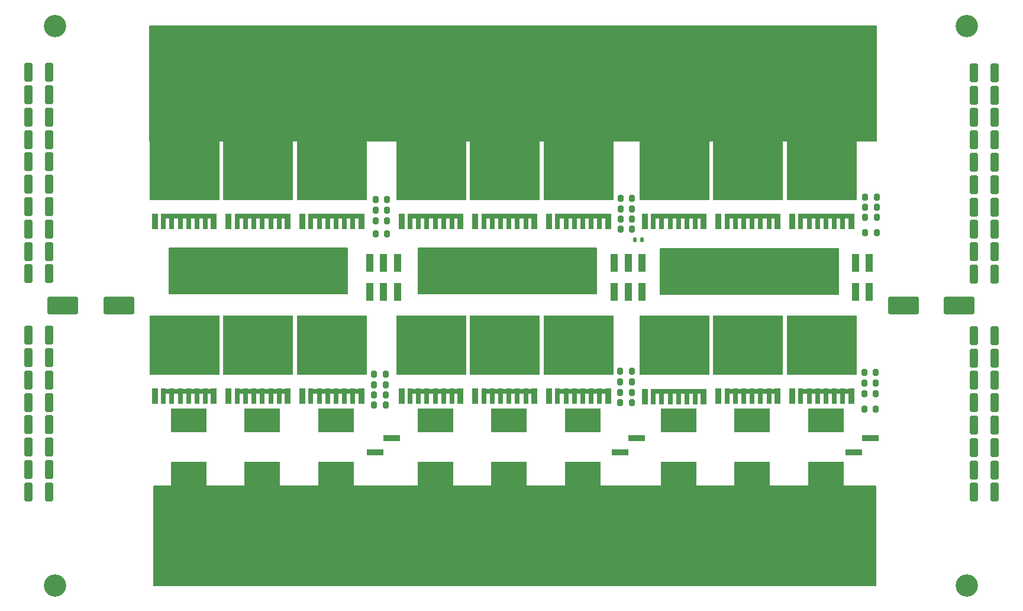
<source format=gbr>
%TF.GenerationSoftware,KiCad,Pcbnew,8.0.8*%
%TF.CreationDate,2025-02-13T11:47:36+09:00*%
%TF.ProjectId,GESC,47455343-2e6b-4696-9361-645f70636258,rev?*%
%TF.SameCoordinates,Original*%
%TF.FileFunction,Soldermask,Top*%
%TF.FilePolarity,Negative*%
%FSLAX46Y46*%
G04 Gerber Fmt 4.6, Leading zero omitted, Abs format (unit mm)*
G04 Created by KiCad (PCBNEW 8.0.8) date 2025-02-13 11:47:36*
%MOMM*%
%LPD*%
G01*
G04 APERTURE LIST*
G04 Aperture macros list*
%AMRoundRect*
0 Rectangle with rounded corners*
0 $1 Rounding radius*
0 $2 $3 $4 $5 $6 $7 $8 $9 X,Y pos of 4 corners*
0 Add a 4 corners polygon primitive as box body*
4,1,4,$2,$3,$4,$5,$6,$7,$8,$9,$2,$3,0*
0 Add four circle primitives for the rounded corners*
1,1,$1+$1,$2,$3*
1,1,$1+$1,$4,$5*
1,1,$1+$1,$6,$7*
1,1,$1+$1,$8,$9*
0 Add four rect primitives between the rounded corners*
20,1,$1+$1,$2,$3,$4,$5,0*
20,1,$1+$1,$4,$5,$6,$7,0*
20,1,$1+$1,$6,$7,$8,$9,0*
20,1,$1+$1,$8,$9,$2,$3,0*%
G04 Aperture macros list end*
%ADD10C,0.200000*%
%ADD11C,3.200000*%
%ADD12RoundRect,0.250000X-0.325000X-1.100000X0.325000X-1.100000X0.325000X1.100000X-0.325000X1.100000X0*%
%ADD13RoundRect,0.200000X0.200000X0.275000X-0.200000X0.275000X-0.200000X-0.275000X0.200000X-0.275000X0*%
%ADD14RoundRect,0.250000X0.325000X1.100000X-0.325000X1.100000X-0.325000X-1.100000X0.325000X-1.100000X0*%
%ADD15R,0.900000X2.200000*%
%ADD16R,0.800000X2.200000*%
%ADD17R,8.080000X0.800000*%
%ADD18R,10.000000X8.500000*%
%ADD19R,5.200000X3.500000*%
%ADD20R,1.000000X2.580000*%
%ADD21RoundRect,0.250000X-1.950000X-1.000000X1.950000X-1.000000X1.950000X1.000000X-1.950000X1.000000X0*%
%ADD22RoundRect,0.135000X-0.135000X-0.185000X0.135000X-0.185000X0.135000X0.185000X-0.135000X0.185000X0*%
%ADD23R,2.350000X0.850000*%
%ADD24RoundRect,0.200000X-0.200000X-0.275000X0.200000X-0.275000X0.200000X0.275000X-0.200000X0.275000X0*%
G04 APERTURE END LIST*
D10*
X123600000Y-48900000D02*
X149100000Y-48900000D01*
X149100000Y-55400000D01*
X123600000Y-55400000D01*
X123600000Y-48900000D01*
G36*
X123600000Y-48900000D02*
G01*
X149100000Y-48900000D01*
X149100000Y-55400000D01*
X123600000Y-55400000D01*
X123600000Y-48900000D01*
G37*
X53300000Y-48800000D02*
X78800000Y-48800000D01*
X78800000Y-55300000D01*
X53300000Y-55300000D01*
X53300000Y-48800000D01*
G36*
X53300000Y-48800000D02*
G01*
X78800000Y-48800000D01*
X78800000Y-55300000D01*
X53300000Y-55300000D01*
X53300000Y-48800000D01*
G37*
X50500000Y-17000000D02*
X154500000Y-17000000D01*
X154500000Y-33450000D01*
X50500000Y-33450000D01*
X50500000Y-17000000D01*
G36*
X50500000Y-17000000D02*
G01*
X154500000Y-17000000D01*
X154500000Y-33450000D01*
X50500000Y-33450000D01*
X50500000Y-17000000D01*
G37*
X88950000Y-48800000D02*
X114450000Y-48800000D01*
X114450000Y-55300000D01*
X88950000Y-55300000D01*
X88950000Y-48800000D01*
G36*
X88950000Y-48800000D02*
G01*
X114450000Y-48800000D01*
X114450000Y-55300000D01*
X88950000Y-55300000D01*
X88950000Y-48800000D01*
G37*
X51100000Y-82850000D02*
X154450000Y-82850000D01*
X154450000Y-97000000D01*
X51100000Y-97000000D01*
X51100000Y-82850000D01*
G36*
X51100000Y-82850000D02*
G01*
X154450000Y-82850000D01*
X154450000Y-97000000D01*
X51100000Y-97000000D01*
X51100000Y-82850000D01*
G37*
D11*
%TO.C,REF\u002A\u002A*%
X167500000Y-97000000D03*
%TD*%
D12*
%TO.C,C22*%
X168500000Y-30100000D03*
X171450000Y-30100000D03*
%TD*%
%TO.C,C24*%
X168500000Y-36500000D03*
X171450000Y-36500000D03*
%TD*%
D13*
%TO.C,R14*%
X119575000Y-41700000D03*
X117925000Y-41700000D03*
%TD*%
%TO.C,R11*%
X119525000Y-67900000D03*
X117875000Y-67900000D03*
%TD*%
D14*
%TO.C,C24*%
X36125000Y-77250000D03*
X33175000Y-77250000D03*
%TD*%
D12*
%TO.C,C18*%
X168500000Y-83700000D03*
X171450000Y-83700000D03*
%TD*%
%TO.C,C21*%
X168500000Y-26900000D03*
X171450000Y-26900000D03*
%TD*%
D15*
%TO.C,Q13*%
X121380000Y-44950000D03*
D16*
X122600000Y-44950000D03*
X123800000Y-44950000D03*
X125000000Y-44950000D03*
X126200000Y-44950000D03*
X127400000Y-44950000D03*
X128600000Y-44950000D03*
D17*
X126240000Y-44250000D03*
D15*
X129820000Y-44950000D03*
D18*
X125600000Y-37650000D03*
%TD*%
D19*
%TO.C,R9*%
X112500000Y-73390000D03*
X112500000Y-81010000D03*
%TD*%
D13*
%TO.C,R8*%
X119525000Y-66400000D03*
X117875000Y-66400000D03*
%TD*%
%TO.C,R4*%
X84275000Y-71250000D03*
X82625000Y-71250000D03*
%TD*%
%TO.C,R56*%
X154575000Y-42950000D03*
X152925000Y-42950000D03*
%TD*%
D14*
%TO.C,C8*%
X36125000Y-67650000D03*
X33175000Y-67650000D03*
%TD*%
D20*
%TO.C,J2*%
X117000000Y-55085000D03*
X117000000Y-50915000D03*
X119000000Y-55085000D03*
X119000000Y-50915000D03*
X121000000Y-55085000D03*
X121000000Y-50915000D03*
%TD*%
D15*
%TO.C,Q9*%
X107680000Y-44950000D03*
D16*
X108900000Y-44950000D03*
X110100000Y-44950000D03*
X111300000Y-44950000D03*
X112500000Y-44950000D03*
X113700000Y-44950000D03*
X114900000Y-44950000D03*
D17*
X112540000Y-44250000D03*
D15*
X116120000Y-44950000D03*
D18*
X111900000Y-37650000D03*
%TD*%
D15*
%TO.C,Q5*%
X61830000Y-69950000D03*
D16*
X63050000Y-69950000D03*
X64250000Y-69950000D03*
X65450000Y-69950000D03*
X66650000Y-69950000D03*
X67850000Y-69950000D03*
X69050000Y-69950000D03*
D17*
X66690000Y-69250000D03*
D15*
X70270000Y-69950000D03*
D18*
X66050000Y-62650000D03*
%TD*%
D12*
%TO.C,C7*%
X168500000Y-49300000D03*
X171450000Y-49300000D03*
%TD*%
D13*
%TO.C,R53*%
X84525000Y-41850000D03*
X82875000Y-41850000D03*
%TD*%
D14*
%TO.C,C6*%
X36125000Y-61250000D03*
X33175000Y-61250000D03*
%TD*%
D19*
%TO.C,R55*%
X56100000Y-73390000D03*
X56100000Y-81010000D03*
%TD*%
D12*
%TO.C,C9*%
X168500000Y-42900000D03*
X171450000Y-42900000D03*
%TD*%
D13*
%TO.C,R7*%
X119575000Y-43150000D03*
X117925000Y-43150000D03*
%TD*%
D12*
%TO.C,C2*%
X168500000Y-70900000D03*
X171450000Y-70900000D03*
%TD*%
D21*
%TO.C,*%
X166400000Y-57000000D03*
%TD*%
D12*
%TO.C,C4*%
X168500000Y-64500000D03*
X171450000Y-64500000D03*
%TD*%
%TO.C,C20*%
X168500000Y-23700000D03*
X171450000Y-23700000D03*
%TD*%
%TO.C,C5*%
X168500000Y-61300000D03*
X171450000Y-61300000D03*
%TD*%
D15*
%TO.C,Q18*%
X142480000Y-69950000D03*
D16*
X143700000Y-69950000D03*
X144900000Y-69950000D03*
X146100000Y-69950000D03*
X147300000Y-69950000D03*
X148500000Y-69950000D03*
X149700000Y-69950000D03*
D17*
X147340000Y-69250000D03*
D15*
X150920000Y-69950000D03*
D18*
X146700000Y-62650000D03*
%TD*%
D15*
%TO.C,Q12*%
X107680000Y-69950000D03*
D16*
X108900000Y-69950000D03*
X110100000Y-69950000D03*
X111300000Y-69950000D03*
X112500000Y-69950000D03*
X113700000Y-69950000D03*
X114900000Y-69950000D03*
D17*
X112540000Y-69250000D03*
D15*
X116120000Y-69950000D03*
D18*
X111900000Y-62650000D03*
%TD*%
D12*
%TO.C,C10*%
X168500000Y-39700000D03*
X171450000Y-39700000D03*
%TD*%
D14*
%TO.C,C9*%
X36125000Y-70850000D03*
X33175000Y-70850000D03*
%TD*%
D13*
%TO.C,R6*%
X119525000Y-70900000D03*
X117875000Y-70900000D03*
%TD*%
D12*
%TO.C,C8*%
X168500000Y-46100000D03*
X171450000Y-46100000D03*
%TD*%
D14*
%TO.C,C15*%
X36125000Y-36450000D03*
X33175000Y-36450000D03*
%TD*%
D22*
%TO.C,TH1*%
X119990000Y-47600000D03*
X121010000Y-47600000D03*
%TD*%
D12*
%TO.C,C1*%
X168500000Y-74100000D03*
X171450000Y-74100000D03*
%TD*%
D14*
%TO.C,C7*%
X36125000Y-64450000D03*
X33175000Y-64450000D03*
%TD*%
D19*
%TO.C,R16*%
X66650000Y-73390000D03*
X66650000Y-81010000D03*
%TD*%
D15*
%TO.C,Q6*%
X51280000Y-69950000D03*
D16*
X52500000Y-69950000D03*
X53700000Y-69950000D03*
X54900000Y-69950000D03*
X56100000Y-69950000D03*
X57300000Y-69950000D03*
X58500000Y-69950000D03*
D17*
X56140000Y-69250000D03*
D15*
X59720000Y-69950000D03*
D18*
X55500000Y-62650000D03*
%TD*%
D21*
%TO.C,*%
X38100000Y-57000000D03*
%TD*%
D14*
%TO.C,C10*%
X36125000Y-74050000D03*
X33175000Y-74050000D03*
%TD*%
D23*
%TO.C,J4*%
X85175000Y-76000000D03*
X82825000Y-78000000D03*
%TD*%
D11*
%TO.C,REF\u002A\u002A*%
X37000000Y-17000000D03*
%TD*%
D14*
%TO.C,C3*%
X36125000Y-46050000D03*
X33175000Y-46050000D03*
%TD*%
D20*
%TO.C,J5*%
X82000000Y-55085000D03*
X82000000Y-50915000D03*
X84000000Y-55085000D03*
X84000000Y-50915000D03*
X86000000Y-55085000D03*
X86000000Y-50915000D03*
%TD*%
D15*
%TO.C,Q11*%
X86580000Y-44950000D03*
D16*
X87800000Y-44950000D03*
X89000000Y-44950000D03*
X90200000Y-44950000D03*
X91400000Y-44950000D03*
X92600000Y-44950000D03*
X93800000Y-44950000D03*
D17*
X91440000Y-44250000D03*
D15*
X95020000Y-44950000D03*
D18*
X90800000Y-37650000D03*
%TD*%
D13*
%TO.C,R49*%
X84525000Y-43350000D03*
X82875000Y-43350000D03*
%TD*%
D15*
%TO.C,Q4*%
X72380000Y-69950000D03*
D16*
X73600000Y-69950000D03*
X74800000Y-69950000D03*
X76000000Y-69950000D03*
X77200000Y-69950000D03*
X78400000Y-69950000D03*
X79600000Y-69950000D03*
D17*
X77240000Y-69250000D03*
D15*
X80820000Y-69950000D03*
D18*
X76600000Y-62650000D03*
%TD*%
D15*
%TO.C,Q1*%
X72380000Y-44950000D03*
D16*
X73600000Y-44950000D03*
X74800000Y-44950000D03*
X76000000Y-44950000D03*
X77200000Y-44950000D03*
X78400000Y-44950000D03*
X79600000Y-44950000D03*
D17*
X77240000Y-44250000D03*
D15*
X80820000Y-44950000D03*
D18*
X76600000Y-37650000D03*
%TD*%
D14*
%TO.C,C2*%
X36125000Y-42850000D03*
X33175000Y-42850000D03*
%TD*%
%TO.C,C16*%
X36125000Y-33250000D03*
X33175000Y-33250000D03*
%TD*%
D13*
%TO.C,R5*%
X119575000Y-46100000D03*
X117925000Y-46100000D03*
%TD*%
D19*
%TO.C,R17*%
X91400000Y-73390000D03*
X91400000Y-81010000D03*
%TD*%
D13*
%TO.C,R15*%
X119525000Y-69400000D03*
X117875000Y-69400000D03*
%TD*%
D14*
%TO.C,C23*%
X36125000Y-80450000D03*
X33175000Y-80450000D03*
%TD*%
D19*
%TO.C,R12*%
X101950000Y-73390000D03*
X101950000Y-81010000D03*
%TD*%
D15*
%TO.C,Q7*%
X97130000Y-44950000D03*
D16*
X98350000Y-44950000D03*
X99550000Y-44950000D03*
X100750000Y-44950000D03*
X101950000Y-44950000D03*
X103150000Y-44950000D03*
X104350000Y-44950000D03*
D17*
X101990000Y-44250000D03*
D15*
X105570000Y-44950000D03*
D18*
X101350000Y-37650000D03*
%TD*%
D14*
%TO.C,C22*%
X36125000Y-83650000D03*
X33175000Y-83650000D03*
%TD*%
D13*
%TO.C,R18*%
X154575000Y-46550000D03*
X152925000Y-46550000D03*
%TD*%
D14*
%TO.C,C19*%
X36125000Y-23650000D03*
X33175000Y-23650000D03*
%TD*%
D13*
%TO.C,R1*%
X84525000Y-44850000D03*
X82875000Y-44850000D03*
%TD*%
D19*
%TO.C,R58*%
X136750000Y-73390000D03*
X136750000Y-81010000D03*
%TD*%
D12*
%TO.C,C3*%
X168500000Y-67700000D03*
X171450000Y-67700000D03*
%TD*%
D13*
%TO.C,R3*%
X84525000Y-46750000D03*
X82875000Y-46750000D03*
%TD*%
D19*
%TO.C,R52*%
X126200000Y-73390000D03*
X126200000Y-81010000D03*
%TD*%
%TO.C,R61*%
X147300000Y-73390000D03*
X147300000Y-81010000D03*
%TD*%
D14*
%TO.C,C17*%
X36125000Y-26850000D03*
X33175000Y-26850000D03*
%TD*%
D13*
%TO.C,R50*%
X84275000Y-68350000D03*
X82625000Y-68350000D03*
%TD*%
%TO.C,R54*%
X84275000Y-66850000D03*
X82625000Y-66850000D03*
%TD*%
D15*
%TO.C,Q10*%
X97130000Y-69950000D03*
D16*
X98350000Y-69950000D03*
X99550000Y-69950000D03*
X100750000Y-69950000D03*
X101950000Y-69950000D03*
X103150000Y-69950000D03*
X104350000Y-69950000D03*
D17*
X101990000Y-69250000D03*
D15*
X105570000Y-69950000D03*
D18*
X101350000Y-62650000D03*
%TD*%
D13*
%TO.C,R60*%
X154425000Y-69600000D03*
X152775000Y-69600000D03*
%TD*%
D23*
%TO.C,J3*%
X120175000Y-76000000D03*
X117825000Y-78000000D03*
%TD*%
D13*
%TO.C,R48*%
X154575000Y-41500000D03*
X152925000Y-41500000D03*
%TD*%
%TO.C,R51*%
X154425000Y-66600000D03*
X152775000Y-66600000D03*
%TD*%
D15*
%TO.C,Q15*%
X131930000Y-44950000D03*
D16*
X133150000Y-44950000D03*
X134350000Y-44950000D03*
X135550000Y-44950000D03*
X136750000Y-44950000D03*
X137950000Y-44950000D03*
X139150000Y-44950000D03*
D17*
X136790000Y-44250000D03*
D15*
X140370000Y-44950000D03*
D18*
X136150000Y-37650000D03*
%TD*%
D12*
%TO.C,C23*%
X168500000Y-33300000D03*
X171450000Y-33300000D03*
%TD*%
D21*
%TO.C,*%
X158400000Y-57000000D03*
%TD*%
D15*
%TO.C,Q16*%
X131930000Y-69950000D03*
D16*
X133150000Y-69950000D03*
X134350000Y-69950000D03*
X135550000Y-69950000D03*
X136750000Y-69950000D03*
X137950000Y-69950000D03*
X139150000Y-69950000D03*
D17*
X136790000Y-69250000D03*
D15*
X140370000Y-69950000D03*
D18*
X136150000Y-62650000D03*
%TD*%
D15*
%TO.C,Q2*%
X61830000Y-44950000D03*
D16*
X63050000Y-44950000D03*
X64250000Y-44950000D03*
X65450000Y-44950000D03*
X66650000Y-44950000D03*
X67850000Y-44950000D03*
X69050000Y-44950000D03*
D17*
X66690000Y-44250000D03*
D15*
X70270000Y-44950000D03*
D18*
X66050000Y-37650000D03*
%TD*%
D24*
%TO.C,R47*%
X152775000Y-71800000D03*
X154425000Y-71800000D03*
%TD*%
D21*
%TO.C,*%
X46100000Y-57000000D03*
%TD*%
D14*
%TO.C,C4*%
X36125000Y-49250000D03*
X33175000Y-49250000D03*
%TD*%
D13*
%TO.C,R57*%
X154425000Y-68100000D03*
X152775000Y-68100000D03*
%TD*%
%TO.C,R10*%
X119575000Y-44600000D03*
X117925000Y-44600000D03*
%TD*%
D15*
%TO.C,Q17*%
X142480000Y-44950000D03*
D16*
X143700000Y-44950000D03*
X144900000Y-44950000D03*
X146100000Y-44950000D03*
X147300000Y-44950000D03*
X148500000Y-44950000D03*
X149700000Y-44950000D03*
D17*
X147340000Y-44250000D03*
D15*
X150920000Y-44950000D03*
D18*
X146700000Y-37650000D03*
%TD*%
D15*
%TO.C,Q14*%
X121380000Y-70000000D03*
D16*
X122600000Y-70000000D03*
X123800000Y-70000000D03*
X125000000Y-70000000D03*
X126200000Y-70000000D03*
X127400000Y-70000000D03*
X128600000Y-70000000D03*
D17*
X126240000Y-69300000D03*
D15*
X129820000Y-70000000D03*
D18*
X125600000Y-62700000D03*
%TD*%
D15*
%TO.C,Q8*%
X86580000Y-69950000D03*
D16*
X87800000Y-69950000D03*
X89000000Y-69950000D03*
X90200000Y-69950000D03*
X91400000Y-69950000D03*
X92600000Y-69950000D03*
X93800000Y-69950000D03*
D17*
X91440000Y-69250000D03*
D15*
X95020000Y-69950000D03*
D18*
X90800000Y-62650000D03*
%TD*%
D12*
%TO.C,C6*%
X168500000Y-52500000D03*
X171450000Y-52500000D03*
%TD*%
D15*
%TO.C,Q3*%
X51280000Y-44950000D03*
D16*
X52500000Y-44950000D03*
X53700000Y-44950000D03*
X54900000Y-44950000D03*
X56100000Y-44950000D03*
X57300000Y-44950000D03*
X58500000Y-44950000D03*
D17*
X56140000Y-44250000D03*
D15*
X59720000Y-44950000D03*
D18*
X55500000Y-37650000D03*
%TD*%
D14*
%TO.C,C5*%
X36125000Y-52450000D03*
X33175000Y-52450000D03*
%TD*%
D23*
%TO.C,J6*%
X153675000Y-76000000D03*
X151325000Y-78000000D03*
%TD*%
D14*
%TO.C,C18*%
X36125000Y-30050000D03*
X33175000Y-30050000D03*
%TD*%
D13*
%TO.C,R59*%
X154575000Y-44400000D03*
X152925000Y-44400000D03*
%TD*%
D12*
%TO.C,C16*%
X168500000Y-80500000D03*
X171450000Y-80500000D03*
%TD*%
D13*
%TO.C,R2*%
X84275000Y-69750000D03*
X82625000Y-69750000D03*
%TD*%
D11*
%TO.C,REF\u002A\u002A*%
X167500000Y-17000000D03*
%TD*%
D12*
%TO.C,C15*%
X168500000Y-77300000D03*
X171450000Y-77300000D03*
%TD*%
D20*
%TO.C,J1*%
X151500000Y-55085000D03*
X151500000Y-50915000D03*
X153500000Y-55085000D03*
X153500000Y-50915000D03*
%TD*%
D11*
%TO.C,REF\u002A\u002A*%
X37000000Y-97000000D03*
%TD*%
D14*
%TO.C,C1*%
X36125000Y-39650000D03*
X33175000Y-39650000D03*
%TD*%
D19*
%TO.C,R13*%
X77200000Y-73390000D03*
X77200000Y-81010000D03*
%TD*%
M02*

</source>
